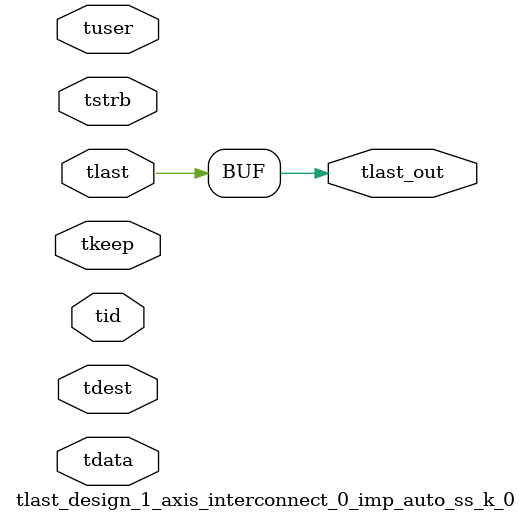
<source format=v>


`timescale 1ps/1ps

module tlast_design_1_axis_interconnect_0_imp_auto_ss_k_0 #
(
parameter C_S_AXIS_TID_WIDTH   = 1,
parameter C_S_AXIS_TUSER_WIDTH = 0,
parameter C_S_AXIS_TDATA_WIDTH = 0,
parameter C_S_AXIS_TDEST_WIDTH = 0
)
(
input  [(C_S_AXIS_TID_WIDTH   == 0 ? 1 : C_S_AXIS_TID_WIDTH)-1:0       ] tid,
input  [(C_S_AXIS_TDATA_WIDTH == 0 ? 1 : C_S_AXIS_TDATA_WIDTH)-1:0     ] tdata,
input  [(C_S_AXIS_TUSER_WIDTH == 0 ? 1 : C_S_AXIS_TUSER_WIDTH)-1:0     ] tuser,
input  [(C_S_AXIS_TDEST_WIDTH == 0 ? 1 : C_S_AXIS_TDEST_WIDTH)-1:0     ] tdest,
input  [(C_S_AXIS_TDATA_WIDTH/8)-1:0 ] tkeep,
input  [(C_S_AXIS_TDATA_WIDTH/8)-1:0 ] tstrb,
input  [0:0]                                                             tlast,
output                                                                   tlast_out
);

assign tlast_out = {tlast};

endmodule


</source>
